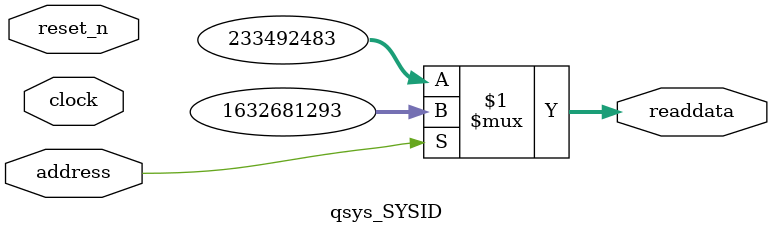
<source format=v>



// synthesis translate_off
`timescale 1ns / 1ps
// synthesis translate_on

// turn off superfluous verilog processor warnings 
// altera message_level Level1 
// altera message_off 10034 10035 10036 10037 10230 10240 10030 

module qsys_SYSID (
               // inputs:
                address,
                clock,
                reset_n,

               // outputs:
                readdata
             )
;

  output  [ 31: 0] readdata;
  input            address;
  input            clock;
  input            reset_n;

  wire    [ 31: 0] readdata;
  //control_slave, which is an e_avalon_slave
  assign readdata = address ? 1632681293 : 233492483;

endmodule



</source>
